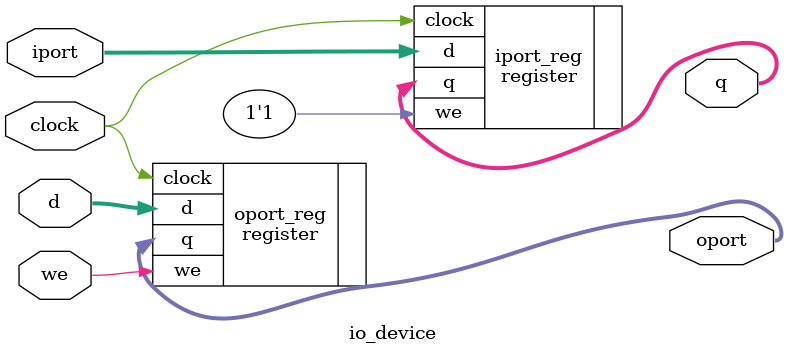
<source format=sv>
module io_device(
  input   logic         clock,
  input   logic         we,
  input   logic [7:0]   d,
  output  logic [7:0]   q,
  // io port
  input logic  [7:0]    iport,
  output logic [7:0]    oport
);

  register iport_reg(
    .clock    (clock),
    .we       (1'b1),
    .d        (iport),
    .q        (q)
  );

  register oport_reg(
    .clock    (clock),
    .we       (we),
    .d        (d),
    .q        (oport)
  );

endmodule

</source>
